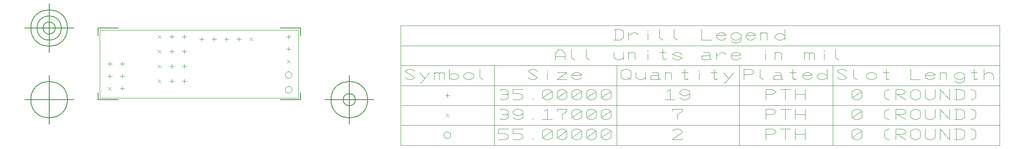
<source format=gbr>
G04 Generated by Ultiboard 13.0 *
%FSLAX25Y25*%
%MOIN*%

%ADD10C,0.00001*%
%ADD11C,0.00039*%
%ADD12C,0.00394*%
%ADD13C,0.00004*%
%ADD14C,0.00500*%


G04 ColorRGB 000000 for the following layer *
%LNDrill Symbols-Copper Top-Copper Bottom*%
%LPD*%
G54D11*
X-62000Y-21750D02*
X-62000Y-18250D01*
X-63750Y-20000D02*
X-60250Y-20000D01*
X-73385Y-18615D02*
X-70615Y-21385D01*
X-73385Y-21385D02*
X-70615Y-18615D01*
X-62000Y-1750D02*
X-62000Y1750D01*
X-63750Y0D02*
X-60250Y0D01*
X-72000Y-1750D02*
X-72000Y1750D01*
X-73750Y0D02*
X-70250Y0D01*
X-62000Y-11750D02*
X-62000Y-8250D01*
X-63750Y-10000D02*
X-60250Y-10000D01*
X-72000Y-11750D02*
X-72000Y-8250D01*
X-73750Y-10000D02*
X-70250Y-10000D01*
X-22000Y-15750D02*
X-22000Y-12250D01*
X-23750Y-14000D02*
X-20250Y-14000D01*
X-33385Y-12615D02*
X-30615Y-15385D01*
X-33385Y-15385D02*
X-30615Y-12615D01*
X-12000Y-15750D02*
X-12000Y-12250D01*
X-13750Y-14000D02*
X-10250Y-14000D01*
X-22000Y8250D02*
X-22000Y11750D01*
X-23750Y10000D02*
X-20250Y10000D01*
X-33385Y11385D02*
X-30615Y8615D01*
X-33385Y8615D02*
X-30615Y11385D01*
X-12000Y8250D02*
X-12000Y11750D01*
X-13750Y10000D02*
X-10250Y10000D01*
X-22000Y-3750D02*
X-22000Y-250D01*
X-23750Y-2000D02*
X-20250Y-2000D01*
X-33385Y-615D02*
X-30615Y-3385D01*
X-33385Y-3385D02*
X-30615Y-615D01*
X-12000Y-3750D02*
X-12000Y-250D01*
X-13750Y-2000D02*
X-10250Y-2000D01*
X-22000Y20250D02*
X-22000Y23750D01*
X-23750Y22000D02*
X-20250Y22000D01*
X-33385Y23385D02*
X-30615Y20615D01*
X-33385Y20615D02*
X-30615Y23385D01*
X-12000Y20250D02*
X-12000Y23750D01*
X-13750Y22000D02*
X-10250Y22000D01*
X32000Y18250D02*
X32000Y21750D01*
X30250Y20000D02*
X33750Y20000D01*
X40615Y21385D02*
X43385Y18615D01*
X40615Y18615D02*
X43385Y21385D01*
X22000Y18250D02*
X22000Y21750D01*
X20250Y20000D02*
X23750Y20000D01*
X2000Y18250D02*
X2000Y21750D01*
X250Y20000D02*
X3750Y20000D01*
X12000Y18250D02*
X12000Y21750D01*
X10250Y20000D02*
X13750Y20000D01*
X72000Y10250D02*
X72000Y13750D01*
X70250Y12000D02*
X73750Y12000D01*
X70615Y3385D02*
X73385Y615D01*
X70615Y615D02*
X73385Y3385D01*
X72000Y20250D02*
X72000Y23750D01*
X70250Y22000D02*
X73750Y22000D01*
X198422Y-43054D02*
X201192Y-40284D01*
X198422Y-40284D02*
X201192Y-43054D01*
X198057Y-25528D02*
X201557Y-25528D01*
X199807Y-27278D02*
X199807Y-23778D01*
G54D12*
X69250Y-9000D02*
G75*
D01*
G02X69250Y-9000I2750J0*
G01*
X69250Y-21000D02*
G75*
D01*
G02X69250Y-21000I2750J0*
G01*
X248757Y-52749D02*
X240883Y-52749D01*
X240883Y-56124D01*
X246133Y-56124D01*
X248757Y-57811D01*
X248757Y-59498D01*
X246133Y-61186D01*
X240883Y-61186D01*
X260568Y-52749D02*
X252694Y-52749D01*
X252694Y-56124D01*
X257944Y-56124D01*
X260568Y-57811D01*
X260568Y-59498D01*
X257944Y-61186D01*
X252694Y-61186D01*
X268442Y-61186D02*
X268442Y-60342D01*
X276316Y-54436D02*
X278941Y-52749D01*
X281566Y-52749D01*
X284190Y-54436D01*
X284190Y-59498D01*
X281566Y-61186D01*
X278941Y-61186D01*
X276316Y-59498D01*
X276316Y-54436D01*
X284190Y-54436D02*
X276316Y-59498D01*
X288127Y-54436D02*
X290752Y-52749D01*
X293377Y-52749D01*
X296001Y-54436D01*
X296001Y-59498D01*
X293377Y-61186D01*
X290752Y-61186D01*
X288127Y-59498D01*
X288127Y-54436D01*
X296001Y-54436D02*
X288127Y-59498D01*
X299938Y-54436D02*
X302563Y-52749D01*
X305188Y-52749D01*
X307812Y-54436D01*
X307812Y-59498D01*
X305188Y-61186D01*
X302563Y-61186D01*
X299938Y-59498D01*
X299938Y-54436D01*
X307812Y-54436D02*
X299938Y-59498D01*
X311749Y-54436D02*
X314374Y-52749D01*
X316999Y-52749D01*
X319623Y-54436D01*
X319623Y-59498D01*
X316999Y-61186D01*
X314374Y-61186D01*
X311749Y-59498D01*
X311749Y-54436D01*
X319623Y-54436D02*
X311749Y-59498D01*
X323560Y-54436D02*
X326185Y-52749D01*
X328810Y-52749D01*
X331434Y-54436D01*
X331434Y-59498D01*
X328810Y-61186D01*
X326185Y-61186D01*
X323560Y-59498D01*
X323560Y-54436D01*
X331434Y-54436D02*
X323560Y-59498D01*
X381041Y-54436D02*
X383665Y-52749D01*
X386290Y-52749D01*
X388915Y-54436D01*
X388915Y-55280D01*
X381041Y-61186D01*
X388915Y-61186D01*
X388915Y-60342D01*
X456238Y-61186D02*
X456238Y-52749D01*
X461487Y-52749D01*
X464112Y-54436D01*
X464112Y-55280D01*
X461487Y-56967D01*
X456238Y-56967D01*
X471986Y-61186D02*
X471986Y-52749D01*
X468049Y-52749D02*
X475923Y-52749D01*
X479860Y-61186D02*
X479860Y-52749D01*
X487734Y-61186D02*
X487734Y-52749D01*
X479860Y-56967D02*
X487734Y-56967D01*
X525529Y-54436D02*
X528154Y-52749D01*
X530778Y-52749D01*
X533403Y-54436D01*
X533403Y-59498D01*
X530778Y-61186D01*
X528154Y-61186D01*
X525529Y-59498D01*
X525529Y-54436D01*
X533403Y-54436D02*
X525529Y-59498D01*
X555713Y-61186D02*
X554400Y-61186D01*
X551776Y-59498D01*
X551776Y-54436D01*
X554400Y-52749D01*
X555713Y-52749D01*
X560962Y-61186D02*
X560962Y-52749D01*
X566211Y-52749D01*
X568836Y-54436D01*
X568836Y-55280D01*
X566211Y-56967D01*
X560962Y-56967D01*
X562274Y-56967D02*
X568836Y-61186D01*
X572773Y-59498D02*
X575398Y-61186D01*
X578022Y-61186D01*
X580647Y-59498D01*
X580647Y-54436D01*
X578022Y-52749D01*
X575398Y-52749D01*
X572773Y-54436D01*
X572773Y-59498D01*
X584584Y-52749D02*
X584584Y-59498D01*
X587209Y-61186D01*
X589833Y-61186D01*
X592458Y-59498D01*
X592458Y-52749D01*
X596395Y-61186D02*
X596395Y-52749D01*
X604269Y-61186D01*
X604269Y-52749D01*
X608206Y-61186D02*
X613455Y-61186D01*
X616080Y-59498D01*
X616080Y-54436D01*
X613455Y-52749D01*
X608206Y-52749D01*
X609518Y-52749D02*
X609518Y-61186D01*
X621329Y-52749D02*
X622642Y-52749D01*
X625266Y-54436D01*
X625266Y-59498D01*
X622642Y-61186D01*
X621329Y-61186D01*
X197057Y-57811D02*
G75*
D01*
G02X197057Y-57811I2750J0*
G01*
X242196Y-37451D02*
X243508Y-36607D01*
X246133Y-36607D01*
X248757Y-38295D01*
X248757Y-39982D01*
X247445Y-40826D01*
X248757Y-41669D01*
X248757Y-43357D01*
X246133Y-45044D01*
X243508Y-45044D01*
X242196Y-44200D01*
X243508Y-40826D02*
X247445Y-40826D01*
X252694Y-43357D02*
X255319Y-45044D01*
X257944Y-45044D01*
X260568Y-43357D01*
X260568Y-39982D01*
X260568Y-38295D01*
X257944Y-36607D01*
X255319Y-36607D01*
X252694Y-38295D01*
X252694Y-39982D01*
X255319Y-41669D01*
X257944Y-41669D01*
X260568Y-39982D01*
X268442Y-45044D02*
X268442Y-44200D01*
X277629Y-38295D02*
X280253Y-36607D01*
X280253Y-45044D01*
X276316Y-45044D02*
X284190Y-45044D01*
X292064Y-45044D02*
X292064Y-40826D01*
X296001Y-38295D01*
X296001Y-36607D01*
X288127Y-36607D01*
X288127Y-38295D01*
X299938Y-38295D02*
X302563Y-36607D01*
X305188Y-36607D01*
X307812Y-38295D01*
X307812Y-43357D01*
X305188Y-45044D01*
X302563Y-45044D01*
X299938Y-43357D01*
X299938Y-38295D01*
X307812Y-38295D02*
X299938Y-43357D01*
X311749Y-38295D02*
X314374Y-36607D01*
X316999Y-36607D01*
X319623Y-38295D01*
X319623Y-43357D01*
X316999Y-45044D01*
X314374Y-45044D01*
X311749Y-43357D01*
X311749Y-38295D01*
X319623Y-38295D02*
X311749Y-43357D01*
X323560Y-38295D02*
X326185Y-36607D01*
X328810Y-36607D01*
X331434Y-38295D01*
X331434Y-43357D01*
X328810Y-45044D01*
X326185Y-45044D01*
X323560Y-43357D01*
X323560Y-38295D01*
X331434Y-38295D02*
X323560Y-43357D01*
X384978Y-45044D02*
X384978Y-40826D01*
X388915Y-38295D01*
X388915Y-36607D01*
X381041Y-36607D01*
X381041Y-38295D01*
X456238Y-45044D02*
X456238Y-36607D01*
X461487Y-36607D01*
X464112Y-38295D01*
X464112Y-39138D01*
X461487Y-40826D01*
X456238Y-40826D01*
X471986Y-45044D02*
X471986Y-36607D01*
X468049Y-36607D02*
X475923Y-36607D01*
X479860Y-45044D02*
X479860Y-36607D01*
X487734Y-45044D02*
X487734Y-36607D01*
X479860Y-40826D02*
X487734Y-40826D01*
X525529Y-38295D02*
X528154Y-36607D01*
X530778Y-36607D01*
X533403Y-38295D01*
X533403Y-43357D01*
X530778Y-45044D01*
X528154Y-45044D01*
X525529Y-43357D01*
X525529Y-38295D01*
X533403Y-38295D02*
X525529Y-43357D01*
X555713Y-45044D02*
X554400Y-45044D01*
X551776Y-43357D01*
X551776Y-38295D01*
X554400Y-36607D01*
X555713Y-36607D01*
X560962Y-45044D02*
X560962Y-36607D01*
X566211Y-36607D01*
X568836Y-38295D01*
X568836Y-39138D01*
X566211Y-40826D01*
X560962Y-40826D01*
X562274Y-40826D02*
X568836Y-45044D01*
X572773Y-43357D02*
X575398Y-45044D01*
X578022Y-45044D01*
X580647Y-43357D01*
X580647Y-38295D01*
X578022Y-36607D01*
X575398Y-36607D01*
X572773Y-38295D01*
X572773Y-43357D01*
X584584Y-36607D02*
X584584Y-43357D01*
X587209Y-45044D01*
X589833Y-45044D01*
X592458Y-43357D01*
X592458Y-36607D01*
X596395Y-45044D02*
X596395Y-36607D01*
X604269Y-45044D01*
X604269Y-36607D01*
X608206Y-45044D02*
X613455Y-45044D01*
X616080Y-43357D01*
X616080Y-38295D01*
X613455Y-36607D01*
X608206Y-36607D01*
X609518Y-36607D02*
X609518Y-45044D01*
X621329Y-36607D02*
X622642Y-36607D01*
X625266Y-38295D01*
X625266Y-43357D01*
X622642Y-45044D01*
X621329Y-45044D01*
X242196Y-21309D02*
X243508Y-20466D01*
X246133Y-20466D01*
X248757Y-22153D01*
X248757Y-23840D01*
X247445Y-24684D01*
X248757Y-25528D01*
X248757Y-27215D01*
X246133Y-28902D01*
X243508Y-28902D01*
X242196Y-28058D01*
X243508Y-24684D02*
X247445Y-24684D01*
X260568Y-20466D02*
X252694Y-20466D01*
X252694Y-23840D01*
X257944Y-23840D01*
X260568Y-25528D01*
X260568Y-27215D01*
X257944Y-28902D01*
X252694Y-28902D01*
X268442Y-28902D02*
X268442Y-28058D01*
X276316Y-22153D02*
X278941Y-20466D01*
X281566Y-20466D01*
X284190Y-22153D01*
X284190Y-27215D01*
X281566Y-28902D01*
X278941Y-28902D01*
X276316Y-27215D01*
X276316Y-22153D01*
X284190Y-22153D02*
X276316Y-27215D01*
X288127Y-22153D02*
X290752Y-20466D01*
X293377Y-20466D01*
X296001Y-22153D01*
X296001Y-27215D01*
X293377Y-28902D01*
X290752Y-28902D01*
X288127Y-27215D01*
X288127Y-22153D01*
X296001Y-22153D02*
X288127Y-27215D01*
X299938Y-22153D02*
X302563Y-20466D01*
X305188Y-20466D01*
X307812Y-22153D01*
X307812Y-27215D01*
X305188Y-28902D01*
X302563Y-28902D01*
X299938Y-27215D01*
X299938Y-22153D01*
X307812Y-22153D02*
X299938Y-27215D01*
X311749Y-22153D02*
X314374Y-20466D01*
X316999Y-20466D01*
X319623Y-22153D01*
X319623Y-27215D01*
X316999Y-28902D01*
X314374Y-28902D01*
X311749Y-27215D01*
X311749Y-22153D01*
X319623Y-22153D02*
X311749Y-27215D01*
X323560Y-22153D02*
X326185Y-20466D01*
X328810Y-20466D01*
X331434Y-22153D01*
X331434Y-27215D01*
X328810Y-28902D01*
X326185Y-28902D01*
X323560Y-27215D01*
X323560Y-22153D01*
X331434Y-22153D02*
X323560Y-27215D01*
X376448Y-22153D02*
X379072Y-20466D01*
X379072Y-28902D01*
X375135Y-28902D02*
X383009Y-28902D01*
X386946Y-27215D02*
X389571Y-28902D01*
X392196Y-28902D01*
X394820Y-27215D01*
X394820Y-23840D01*
X394820Y-22153D01*
X392196Y-20466D01*
X389571Y-20466D01*
X386946Y-22153D01*
X386946Y-23840D01*
X389571Y-25528D01*
X392196Y-25528D01*
X394820Y-23840D01*
X456238Y-28902D02*
X456238Y-20466D01*
X461487Y-20466D01*
X464112Y-22153D01*
X464112Y-22997D01*
X461487Y-24684D01*
X456238Y-24684D01*
X471986Y-28902D02*
X471986Y-20466D01*
X468049Y-20466D02*
X475923Y-20466D01*
X479860Y-28902D02*
X479860Y-20466D01*
X487734Y-28902D02*
X487734Y-20466D01*
X479860Y-24684D02*
X487734Y-24684D01*
X525529Y-22153D02*
X528154Y-20466D01*
X530778Y-20466D01*
X533403Y-22153D01*
X533403Y-27215D01*
X530778Y-28902D01*
X528154Y-28902D01*
X525529Y-27215D01*
X525529Y-22153D01*
X533403Y-22153D02*
X525529Y-27215D01*
X555713Y-28902D02*
X554400Y-28902D01*
X551776Y-27215D01*
X551776Y-22153D01*
X554400Y-20466D01*
X555713Y-20466D01*
X560962Y-28902D02*
X560962Y-20466D01*
X566211Y-20466D01*
X568836Y-22153D01*
X568836Y-22997D01*
X566211Y-24684D01*
X560962Y-24684D01*
X562274Y-24684D02*
X568836Y-28902D01*
X572773Y-27215D02*
X575398Y-28902D01*
X578022Y-28902D01*
X580647Y-27215D01*
X580647Y-22153D01*
X578022Y-20466D01*
X575398Y-20466D01*
X572773Y-22153D01*
X572773Y-27215D01*
X584584Y-20466D02*
X584584Y-27215D01*
X587209Y-28902D01*
X589833Y-28902D01*
X592458Y-27215D01*
X592458Y-20466D01*
X596395Y-28902D02*
X596395Y-20466D01*
X604269Y-28902D01*
X604269Y-20466D01*
X608206Y-28902D02*
X613455Y-28902D01*
X616080Y-27215D01*
X616080Y-22153D01*
X613455Y-20466D01*
X608206Y-20466D01*
X609518Y-20466D02*
X609518Y-28902D01*
X621329Y-20466D02*
X622642Y-20466D01*
X625266Y-22153D01*
X625266Y-27215D01*
X622642Y-28902D01*
X621329Y-28902D01*
G04 ColorRGB 00FFFF for the following layer *
%LNBoard Outline*%
%LPD*%
G54D10*
G54D13*
X-80000Y-27500D02*
X80000Y-27500D01*
X80000Y27500D01*
X-80000Y27500D01*
X-80000Y-27500D01*
G54D14*
X-81500Y-29000D02*
X-81500Y-23200D01*
X-81500Y-29000D02*
X-65200Y-29000D01*
X81500Y-29000D02*
X65200Y-29000D01*
X81500Y-29000D02*
X81500Y-23200D01*
X81500Y29000D02*
X81500Y23200D01*
X81500Y29000D02*
X65200Y29000D01*
X-81500Y29000D02*
X-65200Y29000D01*
X-81500Y29000D02*
X-81500Y23200D01*
X-101185Y-29000D02*
X-140555Y-29000D01*
X-120870Y-48685D02*
X-120870Y-9315D01*
X-135634Y-29000D02*
G75*
D01*
G02X-135634Y-29000I14764J0*
G01*
X101185Y-29000D02*
X140555Y-29000D01*
X120870Y-48685D02*
X120870Y-9315D01*
X106106Y-29000D02*
G75*
D01*
G02X106106Y-29000I14764J0*
G01*
X115949Y-29000D02*
G75*
D01*
G02X115949Y-29000I4921J0*
G01*
X-101185Y29000D02*
X-140555Y29000D01*
X-120870Y9315D02*
X-120870Y48685D01*
X-135634Y29000D02*
G75*
D01*
G02X-135634Y29000I14764J0*
G01*
X-130713Y29000D02*
G75*
D01*
G02X-130713Y29000I9843J0*
G01*
X-125791Y29000D02*
G75*
D01*
G02X-125791Y29000I4921J0*
G01*
G04 ColorRGB 66FFCC for the following layer *
%LNLegend Description*%
%LPD*%
G54D12*
X162209Y-65882D02*
X644492Y-65882D01*
X644492Y30969D01*
X162209Y30969D01*
X162209Y-65882D01*
X237406Y-1315D02*
X237406Y-65882D01*
X336224Y-1315D02*
X336224Y-65882D01*
X435043Y-1315D02*
X435043Y-65882D01*
X510240Y-1315D02*
X510240Y-65882D01*
X644492Y-1315D02*
X644492Y-65882D01*
X162209Y-49740D02*
X644492Y-49740D01*
X162209Y-33598D02*
X644492Y-33598D01*
X162209Y-17457D02*
X644492Y-17457D01*
X165686Y-11073D02*
X168311Y-12760D01*
X170936Y-12760D01*
X173560Y-11073D01*
X165686Y-6011D01*
X168311Y-4324D01*
X170936Y-4324D01*
X173560Y-6011D01*
X177497Y-15291D02*
X178810Y-15291D01*
X185371Y-6855D01*
X177497Y-6855D02*
X181434Y-11917D01*
X189308Y-12760D02*
X189308Y-7699D01*
X189308Y-6855D01*
X189308Y-7699D02*
X190621Y-6855D01*
X191933Y-6855D01*
X193245Y-7699D01*
X194558Y-6855D01*
X195870Y-6855D01*
X197182Y-7699D01*
X197182Y-12760D01*
X193245Y-7699D02*
X193245Y-12760D01*
X201119Y-11073D02*
X203744Y-12760D01*
X206369Y-12760D01*
X208993Y-11073D01*
X208993Y-9386D01*
X206369Y-7699D01*
X203744Y-7699D01*
X201119Y-9386D01*
X201119Y-4324D02*
X201119Y-12760D01*
X212930Y-11073D02*
X215555Y-12760D01*
X218180Y-12760D01*
X220804Y-11073D01*
X220804Y-8542D01*
X218180Y-6855D01*
X215555Y-6855D01*
X212930Y-8542D01*
X212930Y-11073D01*
X226054Y-4324D02*
X226054Y-11073D01*
X228678Y-12760D01*
X264505Y-11073D02*
X267130Y-12760D01*
X269755Y-12760D01*
X272379Y-11073D01*
X264505Y-6011D01*
X267130Y-4324D01*
X269755Y-4324D01*
X272379Y-6011D01*
X280253Y-12760D02*
X280253Y-7699D01*
X280253Y-6011D02*
X280253Y-5168D01*
X288127Y-6855D02*
X296001Y-6855D01*
X288127Y-12760D01*
X296001Y-12760D01*
X307812Y-11073D02*
X305188Y-12760D01*
X302563Y-12760D01*
X299938Y-11073D01*
X299938Y-8542D01*
X302563Y-6855D01*
X305188Y-6855D01*
X307812Y-8542D01*
X306500Y-9386D01*
X299938Y-9386D01*
X339702Y-11073D02*
X342327Y-12760D01*
X344951Y-12760D01*
X347576Y-11073D01*
X347576Y-6011D01*
X344951Y-4324D01*
X342327Y-4324D01*
X339702Y-6011D01*
X339702Y-11073D01*
X344951Y-11073D02*
X347576Y-12760D01*
X351513Y-6855D02*
X351513Y-11073D01*
X354138Y-12760D01*
X356762Y-12760D01*
X359387Y-11073D01*
X359387Y-6855D01*
X359387Y-11073D02*
X359387Y-12760D01*
X364636Y-6855D02*
X368573Y-6855D01*
X369886Y-7699D01*
X369886Y-11917D01*
X368573Y-12760D01*
X364636Y-12760D01*
X363324Y-11917D01*
X363324Y-10229D01*
X364636Y-9386D01*
X369886Y-9386D01*
X369886Y-11917D02*
X371198Y-12760D01*
X375135Y-12760D02*
X375135Y-7699D01*
X375135Y-6855D01*
X375135Y-7699D02*
X376448Y-6855D01*
X379072Y-6855D01*
X380385Y-7699D01*
X380385Y-12760D01*
X393508Y-11917D02*
X392196Y-12760D01*
X390883Y-11917D01*
X390883Y-4324D01*
X388259Y-6855D02*
X393508Y-6855D01*
X402694Y-12760D02*
X402694Y-7699D01*
X402694Y-6011D02*
X402694Y-5168D01*
X417130Y-11917D02*
X415818Y-12760D01*
X414505Y-11917D01*
X414505Y-4324D01*
X411881Y-6855D02*
X417130Y-6855D01*
X422379Y-15291D02*
X423692Y-15291D01*
X430253Y-6855D01*
X422379Y-6855D02*
X426316Y-11917D01*
X438521Y-12760D02*
X438521Y-4324D01*
X443770Y-4324D01*
X446395Y-6011D01*
X446395Y-6855D01*
X443770Y-8542D01*
X438521Y-8542D01*
X451644Y-4324D02*
X451644Y-11073D01*
X454269Y-12760D01*
X463455Y-6855D02*
X467392Y-6855D01*
X468705Y-7699D01*
X468705Y-11917D01*
X467392Y-12760D01*
X463455Y-12760D01*
X462143Y-11917D01*
X462143Y-10229D01*
X463455Y-9386D01*
X468705Y-9386D01*
X468705Y-11917D02*
X470017Y-12760D01*
X480516Y-11917D02*
X479203Y-12760D01*
X477891Y-11917D01*
X477891Y-4324D01*
X475266Y-6855D02*
X480516Y-6855D01*
X493639Y-11073D02*
X491014Y-12760D01*
X488390Y-12760D01*
X485765Y-11073D01*
X485765Y-8542D01*
X488390Y-6855D01*
X491014Y-6855D01*
X493639Y-8542D01*
X492327Y-9386D01*
X485765Y-9386D01*
X505450Y-11073D02*
X502825Y-12760D01*
X500201Y-12760D01*
X497576Y-11073D01*
X497576Y-9386D01*
X500201Y-7699D01*
X502825Y-7699D01*
X505450Y-9386D01*
X505450Y-4324D02*
X505450Y-12760D01*
X513718Y-11073D02*
X516343Y-12760D01*
X518967Y-12760D01*
X521592Y-11073D01*
X513718Y-6011D01*
X516343Y-4324D01*
X518967Y-4324D01*
X521592Y-6011D01*
X526841Y-4324D02*
X526841Y-11073D01*
X529466Y-12760D01*
X537340Y-11073D02*
X539965Y-12760D01*
X542589Y-12760D01*
X545214Y-11073D01*
X545214Y-8542D01*
X542589Y-6855D01*
X539965Y-6855D01*
X537340Y-8542D01*
X537340Y-11073D01*
X555713Y-11917D02*
X554400Y-12760D01*
X553088Y-11917D01*
X553088Y-4324D01*
X550463Y-6855D02*
X555713Y-6855D01*
X572773Y-4324D02*
X572773Y-12760D01*
X580647Y-12760D01*
X592458Y-11073D02*
X589833Y-12760D01*
X587209Y-12760D01*
X584584Y-11073D01*
X584584Y-8542D01*
X587209Y-6855D01*
X589833Y-6855D01*
X592458Y-8542D01*
X591146Y-9386D01*
X584584Y-9386D01*
X596395Y-12760D02*
X596395Y-7699D01*
X596395Y-6855D01*
X596395Y-7699D02*
X597707Y-6855D01*
X600332Y-6855D01*
X601644Y-7699D01*
X601644Y-12760D01*
X608206Y-13604D02*
X610831Y-15291D01*
X613455Y-15291D01*
X616080Y-13604D01*
X616080Y-11073D01*
X616080Y-8542D01*
X613455Y-6855D01*
X610831Y-6855D01*
X608206Y-8542D01*
X608206Y-11073D01*
X610831Y-12760D01*
X613455Y-12760D01*
X616080Y-11073D01*
X626579Y-11917D02*
X625266Y-12760D01*
X623954Y-11917D01*
X623954Y-4324D01*
X621329Y-6855D02*
X626579Y-6855D01*
X631828Y-8542D02*
X634453Y-6855D01*
X637077Y-6855D01*
X639702Y-8542D01*
X639702Y-12760D01*
X631828Y-4324D02*
X631828Y-12760D01*
X162209Y-1315D02*
X644492Y-1315D01*
X286552Y3381D02*
X286552Y8443D01*
X289177Y11818D01*
X291802Y11818D01*
X294427Y8443D01*
X294427Y3381D01*
X286552Y5912D02*
X294427Y5912D01*
X299676Y11818D02*
X299676Y5069D01*
X302301Y3381D01*
X311487Y11818D02*
X311487Y5069D01*
X314112Y3381D01*
X333797Y9287D02*
X333797Y5069D01*
X336421Y3381D01*
X339046Y3381D01*
X341671Y5069D01*
X341671Y9287D01*
X341671Y5069D02*
X341671Y3381D01*
X345608Y3381D02*
X345608Y8443D01*
X345608Y9287D01*
X345608Y8443D02*
X346920Y9287D01*
X349545Y9287D01*
X350857Y8443D01*
X350857Y3381D01*
X361356Y3381D02*
X361356Y8443D01*
X361356Y10130D02*
X361356Y10974D01*
X375791Y4225D02*
X374479Y3381D01*
X373167Y4225D01*
X373167Y11818D01*
X370542Y9287D02*
X375791Y9287D01*
X381041Y5069D02*
X383665Y3381D01*
X386290Y3381D01*
X388915Y5069D01*
X381041Y7600D01*
X383665Y9287D01*
X386290Y9287D01*
X388915Y7600D01*
X405975Y9287D02*
X409912Y9287D01*
X411224Y8443D01*
X411224Y4225D01*
X409912Y3381D01*
X405975Y3381D01*
X404663Y4225D01*
X404663Y5912D01*
X405975Y6756D01*
X411224Y6756D01*
X411224Y4225D02*
X412537Y3381D01*
X416474Y6756D02*
X420411Y9287D01*
X421723Y9287D01*
X424348Y7600D01*
X416474Y3381D02*
X416474Y9287D01*
X436159Y5069D02*
X433534Y3381D01*
X430909Y3381D01*
X428285Y5069D01*
X428285Y7600D01*
X430909Y9287D01*
X433534Y9287D01*
X436159Y7600D01*
X434846Y6756D01*
X428285Y6756D01*
X455844Y3381D02*
X455844Y8443D01*
X455844Y10130D02*
X455844Y10974D01*
X463718Y3381D02*
X463718Y8443D01*
X463718Y9287D01*
X463718Y8443D02*
X465030Y9287D01*
X467655Y9287D01*
X468967Y8443D01*
X468967Y3381D01*
X487340Y3381D02*
X487340Y8443D01*
X487340Y9287D01*
X487340Y8443D02*
X488652Y9287D01*
X489965Y9287D01*
X491277Y8443D01*
X492589Y9287D01*
X493902Y9287D01*
X495214Y8443D01*
X495214Y3381D01*
X491277Y8443D02*
X491277Y3381D01*
X503088Y3381D02*
X503088Y8443D01*
X503088Y10130D02*
X503088Y10974D01*
X512274Y11818D02*
X512274Y5069D01*
X514899Y3381D01*
X162209Y14827D02*
X644492Y14827D01*
X333797Y19523D02*
X339046Y19523D01*
X341671Y21210D01*
X341671Y26272D01*
X339046Y27960D01*
X333797Y27960D01*
X335109Y27960D02*
X335109Y19523D01*
X345608Y22898D02*
X349545Y25429D01*
X350857Y25429D01*
X353482Y23741D01*
X345608Y19523D02*
X345608Y25429D01*
X361356Y19523D02*
X361356Y24585D01*
X361356Y26272D02*
X361356Y27116D01*
X370542Y27960D02*
X370542Y21210D01*
X373167Y19523D01*
X382353Y27960D02*
X382353Y21210D01*
X384978Y19523D01*
X404663Y27960D02*
X404663Y19523D01*
X412537Y19523D01*
X424348Y21210D02*
X421723Y19523D01*
X419098Y19523D01*
X416474Y21210D01*
X416474Y23741D01*
X419098Y25429D01*
X421723Y25429D01*
X424348Y23741D01*
X423035Y22898D01*
X416474Y22898D01*
X428285Y18679D02*
X430909Y16992D01*
X433534Y16992D01*
X436159Y18679D01*
X436159Y21210D01*
X436159Y23741D01*
X433534Y25429D01*
X430909Y25429D01*
X428285Y23741D01*
X428285Y21210D01*
X430909Y19523D01*
X433534Y19523D01*
X436159Y21210D01*
X447970Y21210D02*
X445345Y19523D01*
X442720Y19523D01*
X440096Y21210D01*
X440096Y23741D01*
X442720Y25429D01*
X445345Y25429D01*
X447970Y23741D01*
X446657Y22898D01*
X440096Y22898D01*
X451907Y19523D02*
X451907Y24585D01*
X451907Y25429D01*
X451907Y24585D02*
X453219Y25429D01*
X455844Y25429D01*
X457156Y24585D01*
X457156Y19523D01*
X471592Y21210D02*
X468967Y19523D01*
X466343Y19523D01*
X463718Y21210D01*
X463718Y22898D01*
X466343Y24585D01*
X468967Y24585D01*
X471592Y22898D01*
X471592Y27960D02*
X471592Y19523D01*

M02*

</source>
